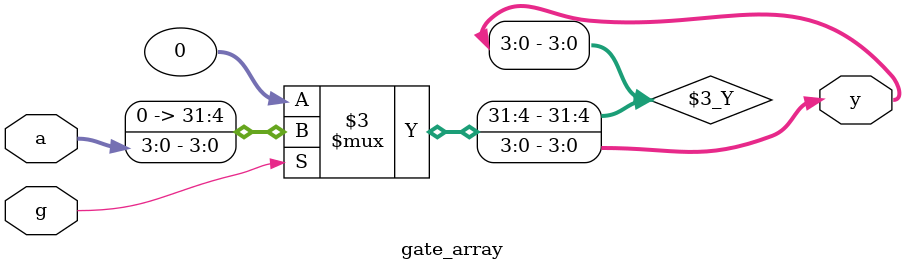
<source format=v>
module gate_array(a, g, y);
parameter N = 4;
input g;
input  [N-1:0] a;
output [N-1:0] y;

assign y = (g==1'b1) ? a : 0;

endmodule

</source>
